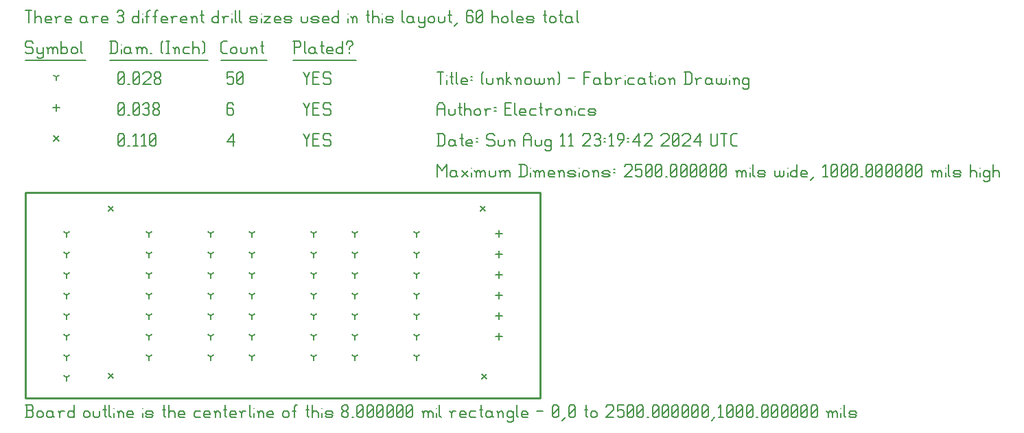
<source format=gbr>
G04 start of page 17 for group -3984 idx -3984 *
G04 Title: (unknown), fab *
G04 Creator: pcb 4.2.2 *
G04 CreationDate: Sun Aug 11 23:19:42 2024 UTC *
G04 For: electronics *
G04 Format: Gerber/RS-274X *
G04 PCB-Dimensions (mil): 2500.00 1000.00 *
G04 PCB-Coordinate-Origin: lower left *
%MOIN*%
%FSLAX25Y25*%
%LNFAB*%
%ADD76C,0.0075*%
%ADD75C,0.0060*%
%ADD74C,0.0080*%
%ADD73C,0.0100*%
G54D73*X0Y100000D02*Y0D01*
Y100000D02*X250000D01*
X0Y0D02*X250000D01*
Y100000D02*Y0D01*
G54D74*X220970Y93269D02*X223370Y90869D01*
X220970D02*X223370Y93269D01*
X221591Y11657D02*X223991Y9257D01*
X221591D02*X223991Y11657D01*
X40264Y11879D02*X42664Y9479D01*
X40264D02*X42664Y11879D01*
X40264Y93332D02*X42664Y90932D01*
X40264D02*X42664Y93332D01*
X13800Y127450D02*X16200Y125050D01*
X13800D02*X16200Y127450D01*
G54D75*X135000Y128500D02*X136500Y125500D01*
X138000Y128500D01*
X136500Y125500D02*Y122500D01*
X139800Y125800D02*X142050D01*
X139800Y122500D02*X142800D01*
X139800Y128500D02*Y122500D01*
Y128500D02*X142800D01*
X147600D02*X148350Y127750D01*
X145350Y128500D02*X147600D01*
X144600Y127750D02*X145350Y128500D01*
X144600Y127750D02*Y126250D01*
X145350Y125500D01*
X147600D01*
X148350Y124750D01*
Y123250D01*
X147600Y122500D02*X148350Y123250D01*
X145350Y122500D02*X147600D01*
X144600Y123250D02*X145350Y122500D01*
X98000Y124750D02*X101000Y128500D01*
X98000Y124750D02*X101750D01*
X101000Y128500D02*Y122500D01*
X45000Y123250D02*X45750Y122500D01*
X45000Y127750D02*Y123250D01*
Y127750D02*X45750Y128500D01*
X47250D01*
X48000Y127750D01*
Y123250D01*
X47250Y122500D02*X48000Y123250D01*
X45750Y122500D02*X47250D01*
X45000Y124000D02*X48000Y127000D01*
X49800Y122500D02*X50550D01*
X52350Y127300D02*X53550Y128500D01*
Y122500D01*
X52350D02*X54600D01*
X56400Y127300D02*X57600Y128500D01*
Y122500D01*
X56400D02*X58650D01*
X60450Y123250D02*X61200Y122500D01*
X60450Y127750D02*Y123250D01*
Y127750D02*X61200Y128500D01*
X62700D01*
X63450Y127750D01*
Y123250D01*
X62700Y122500D02*X63450Y123250D01*
X61200Y122500D02*X62700D01*
X60450Y124000D02*X63450Y127000D01*
X230000Y81600D02*Y78400D01*
X228400Y80000D02*X231600D01*
X230000Y71600D02*Y68400D01*
X228400Y70000D02*X231600D01*
X230000Y61600D02*Y58400D01*
X228400Y60000D02*X231600D01*
X230000Y51600D02*Y48400D01*
X228400Y50000D02*X231600D01*
X230000Y41600D02*Y38400D01*
X228400Y40000D02*X231600D01*
X230000Y31600D02*Y28400D01*
X228400Y30000D02*X231600D01*
X15000Y142850D02*Y139650D01*
X13400Y141250D02*X16600D01*
X135000Y143500D02*X136500Y140500D01*
X138000Y143500D01*
X136500Y140500D02*Y137500D01*
X139800Y140800D02*X142050D01*
X139800Y137500D02*X142800D01*
X139800Y143500D02*Y137500D01*
Y143500D02*X142800D01*
X147600D02*X148350Y142750D01*
X145350Y143500D02*X147600D01*
X144600Y142750D02*X145350Y143500D01*
X144600Y142750D02*Y141250D01*
X145350Y140500D01*
X147600D01*
X148350Y139750D01*
Y138250D01*
X147600Y137500D02*X148350Y138250D01*
X145350Y137500D02*X147600D01*
X144600Y138250D02*X145350Y137500D01*
X100250Y143500D02*X101000Y142750D01*
X98750Y143500D02*X100250D01*
X98000Y142750D02*X98750Y143500D01*
X98000Y142750D02*Y138250D01*
X98750Y137500D01*
X100250Y140800D02*X101000Y140050D01*
X98000Y140800D02*X100250D01*
X98750Y137500D02*X100250D01*
X101000Y138250D01*
Y140050D02*Y138250D01*
X45000D02*X45750Y137500D01*
X45000Y142750D02*Y138250D01*
Y142750D02*X45750Y143500D01*
X47250D01*
X48000Y142750D01*
Y138250D01*
X47250Y137500D02*X48000Y138250D01*
X45750Y137500D02*X47250D01*
X45000Y139000D02*X48000Y142000D01*
X49800Y137500D02*X50550D01*
X52350Y138250D02*X53100Y137500D01*
X52350Y142750D02*Y138250D01*
Y142750D02*X53100Y143500D01*
X54600D01*
X55350Y142750D01*
Y138250D01*
X54600Y137500D02*X55350Y138250D01*
X53100Y137500D02*X54600D01*
X52350Y139000D02*X55350Y142000D01*
X57150Y142750D02*X57900Y143500D01*
X59400D01*
X60150Y142750D01*
X59400Y137500D02*X60150Y138250D01*
X57900Y137500D02*X59400D01*
X57150Y138250D02*X57900Y137500D01*
Y140800D02*X59400D01*
X60150Y142750D02*Y141550D01*
Y140050D02*Y138250D01*
Y140050D02*X59400Y140800D01*
X60150Y141550D02*X59400Y140800D01*
X61950Y138250D02*X62700Y137500D01*
X61950Y139450D02*Y138250D01*
Y139450D02*X63000Y140500D01*
X63900D01*
X64950Y139450D01*
Y138250D01*
X64200Y137500D02*X64950Y138250D01*
X62700Y137500D02*X64200D01*
X61950Y141550D02*X63000Y140500D01*
X61950Y142750D02*Y141550D01*
Y142750D02*X62700Y143500D01*
X64200D01*
X64950Y142750D01*
Y141550D01*
X63900Y140500D02*X64950Y141550D01*
X20000Y80000D02*Y78400D01*
Y80000D02*X21387Y80800D01*
X20000Y80000D02*X18613Y80800D01*
X20000Y70000D02*Y68400D01*
Y70000D02*X21387Y70800D01*
X20000Y70000D02*X18613Y70800D01*
X20000Y60000D02*Y58400D01*
Y60000D02*X21387Y60800D01*
X20000Y60000D02*X18613Y60800D01*
X20000Y50000D02*Y48400D01*
Y50000D02*X21387Y50800D01*
X20000Y50000D02*X18613Y50800D01*
X20000Y40000D02*Y38400D01*
Y40000D02*X21387Y40800D01*
X20000Y40000D02*X18613Y40800D01*
X20000Y30000D02*Y28400D01*
Y30000D02*X21387Y30800D01*
X20000Y30000D02*X18613Y30800D01*
X20000Y20000D02*Y18400D01*
Y20000D02*X21387Y20800D01*
X20000Y20000D02*X18613Y20800D01*
X20000Y10000D02*Y8400D01*
Y10000D02*X21387Y10800D01*
X20000Y10000D02*X18613Y10800D01*
X60000Y80000D02*Y78400D01*
Y80000D02*X61387Y80800D01*
X60000Y80000D02*X58613Y80800D01*
X60000Y70000D02*Y68400D01*
Y70000D02*X61387Y70800D01*
X60000Y70000D02*X58613Y70800D01*
X60000Y60000D02*Y58400D01*
Y60000D02*X61387Y60800D01*
X60000Y60000D02*X58613Y60800D01*
X60000Y50000D02*Y48400D01*
Y50000D02*X61387Y50800D01*
X60000Y50000D02*X58613Y50800D01*
X60000Y40000D02*Y38400D01*
Y40000D02*X61387Y40800D01*
X60000Y40000D02*X58613Y40800D01*
X60000Y30000D02*Y28400D01*
Y30000D02*X61387Y30800D01*
X60000Y30000D02*X58613Y30800D01*
X60000Y20000D02*Y18400D01*
Y20000D02*X61387Y20800D01*
X60000Y20000D02*X58613Y20800D01*
X90000Y20000D02*Y18400D01*
Y20000D02*X91387Y20800D01*
X90000Y20000D02*X88613Y20800D01*
X90000Y30000D02*Y28400D01*
Y30000D02*X91387Y30800D01*
X90000Y30000D02*X88613Y30800D01*
X90000Y40000D02*Y38400D01*
Y40000D02*X91387Y40800D01*
X90000Y40000D02*X88613Y40800D01*
X90000Y50000D02*Y48400D01*
Y50000D02*X91387Y50800D01*
X90000Y50000D02*X88613Y50800D01*
X90000Y60000D02*Y58400D01*
Y60000D02*X91387Y60800D01*
X90000Y60000D02*X88613Y60800D01*
X90000Y70000D02*Y68400D01*
Y70000D02*X91387Y70800D01*
X90000Y70000D02*X88613Y70800D01*
X90000Y80000D02*Y78400D01*
Y80000D02*X91387Y80800D01*
X90000Y80000D02*X88613Y80800D01*
X110000Y80000D02*Y78400D01*
Y80000D02*X111387Y80800D01*
X110000Y80000D02*X108613Y80800D01*
X110000Y70000D02*Y68400D01*
Y70000D02*X111387Y70800D01*
X110000Y70000D02*X108613Y70800D01*
X110000Y60000D02*Y58400D01*
Y60000D02*X111387Y60800D01*
X110000Y60000D02*X108613Y60800D01*
X110000Y50000D02*Y48400D01*
Y50000D02*X111387Y50800D01*
X110000Y50000D02*X108613Y50800D01*
X110000Y40000D02*Y38400D01*
Y40000D02*X111387Y40800D01*
X110000Y40000D02*X108613Y40800D01*
X110000Y30000D02*Y28400D01*
Y30000D02*X111387Y30800D01*
X110000Y30000D02*X108613Y30800D01*
X110000Y20000D02*Y18400D01*
Y20000D02*X111387Y20800D01*
X110000Y20000D02*X108613Y20800D01*
X140000Y20000D02*Y18400D01*
Y20000D02*X141387Y20800D01*
X140000Y20000D02*X138613Y20800D01*
X140000Y30000D02*Y28400D01*
Y30000D02*X141387Y30800D01*
X140000Y30000D02*X138613Y30800D01*
X140000Y40000D02*Y38400D01*
Y40000D02*X141387Y40800D01*
X140000Y40000D02*X138613Y40800D01*
X140000Y50000D02*Y48400D01*
Y50000D02*X141387Y50800D01*
X140000Y50000D02*X138613Y50800D01*
X140000Y60000D02*Y58400D01*
Y60000D02*X141387Y60800D01*
X140000Y60000D02*X138613Y60800D01*
X140000Y70000D02*Y68400D01*
Y70000D02*X141387Y70800D01*
X140000Y70000D02*X138613Y70800D01*
X140000Y80000D02*Y78400D01*
Y80000D02*X141387Y80800D01*
X140000Y80000D02*X138613Y80800D01*
X160000Y80000D02*Y78400D01*
Y80000D02*X161387Y80800D01*
X160000Y80000D02*X158613Y80800D01*
X160000Y70000D02*Y68400D01*
Y70000D02*X161387Y70800D01*
X160000Y70000D02*X158613Y70800D01*
X160000Y60000D02*Y58400D01*
Y60000D02*X161387Y60800D01*
X160000Y60000D02*X158613Y60800D01*
X160000Y50000D02*Y48400D01*
Y50000D02*X161387Y50800D01*
X160000Y50000D02*X158613Y50800D01*
X160000Y40000D02*Y38400D01*
Y40000D02*X161387Y40800D01*
X160000Y40000D02*X158613Y40800D01*
X160000Y30000D02*Y28400D01*
Y30000D02*X161387Y30800D01*
X160000Y30000D02*X158613Y30800D01*
X160000Y20000D02*Y18400D01*
Y20000D02*X161387Y20800D01*
X160000Y20000D02*X158613Y20800D01*
X190000Y20000D02*Y18400D01*
Y20000D02*X191387Y20800D01*
X190000Y20000D02*X188613Y20800D01*
X190000Y30000D02*Y28400D01*
Y30000D02*X191387Y30800D01*
X190000Y30000D02*X188613Y30800D01*
X190000Y40000D02*Y38400D01*
Y40000D02*X191387Y40800D01*
X190000Y40000D02*X188613Y40800D01*
X190000Y50000D02*Y48400D01*
Y50000D02*X191387Y50800D01*
X190000Y50000D02*X188613Y50800D01*
X190000Y60000D02*Y58400D01*
Y60000D02*X191387Y60800D01*
X190000Y60000D02*X188613Y60800D01*
X190000Y70000D02*Y68400D01*
Y70000D02*X191387Y70800D01*
X190000Y70000D02*X188613Y70800D01*
X190000Y80000D02*Y78400D01*
Y80000D02*X191387Y80800D01*
X190000Y80000D02*X188613Y80800D01*
X15000Y156250D02*Y154650D01*
Y156250D02*X16387Y157050D01*
X15000Y156250D02*X13613Y157050D01*
X135000Y158500D02*X136500Y155500D01*
X138000Y158500D01*
X136500Y155500D02*Y152500D01*
X139800Y155800D02*X142050D01*
X139800Y152500D02*X142800D01*
X139800Y158500D02*Y152500D01*
Y158500D02*X142800D01*
X147600D02*X148350Y157750D01*
X145350Y158500D02*X147600D01*
X144600Y157750D02*X145350Y158500D01*
X144600Y157750D02*Y156250D01*
X145350Y155500D01*
X147600D01*
X148350Y154750D01*
Y153250D01*
X147600Y152500D02*X148350Y153250D01*
X145350Y152500D02*X147600D01*
X144600Y153250D02*X145350Y152500D01*
X98000Y158500D02*X101000D01*
X98000D02*Y155500D01*
X98750Y156250D01*
X100250D01*
X101000Y155500D01*
Y153250D01*
X100250Y152500D02*X101000Y153250D01*
X98750Y152500D02*X100250D01*
X98000Y153250D02*X98750Y152500D01*
X102800Y153250D02*X103550Y152500D01*
X102800Y157750D02*Y153250D01*
Y157750D02*X103550Y158500D01*
X105050D01*
X105800Y157750D01*
Y153250D01*
X105050Y152500D02*X105800Y153250D01*
X103550Y152500D02*X105050D01*
X102800Y154000D02*X105800Y157000D01*
X45000Y153250D02*X45750Y152500D01*
X45000Y157750D02*Y153250D01*
Y157750D02*X45750Y158500D01*
X47250D01*
X48000Y157750D01*
Y153250D01*
X47250Y152500D02*X48000Y153250D01*
X45750Y152500D02*X47250D01*
X45000Y154000D02*X48000Y157000D01*
X49800Y152500D02*X50550D01*
X52350Y153250D02*X53100Y152500D01*
X52350Y157750D02*Y153250D01*
Y157750D02*X53100Y158500D01*
X54600D01*
X55350Y157750D01*
Y153250D01*
X54600Y152500D02*X55350Y153250D01*
X53100Y152500D02*X54600D01*
X52350Y154000D02*X55350Y157000D01*
X57150Y157750D02*X57900Y158500D01*
X60150D01*
X60900Y157750D01*
Y156250D01*
X57150Y152500D02*X60900Y156250D01*
X57150Y152500D02*X60900D01*
X62700Y153250D02*X63450Y152500D01*
X62700Y154450D02*Y153250D01*
Y154450D02*X63750Y155500D01*
X64650D01*
X65700Y154450D01*
Y153250D01*
X64950Y152500D02*X65700Y153250D01*
X63450Y152500D02*X64950D01*
X62700Y156550D02*X63750Y155500D01*
X62700Y157750D02*Y156550D01*
Y157750D02*X63450Y158500D01*
X64950D01*
X65700Y157750D01*
Y156550D01*
X64650Y155500D02*X65700Y156550D01*
X3000Y173500D02*X3750Y172750D01*
X750Y173500D02*X3000D01*
X0Y172750D02*X750Y173500D01*
X0Y172750D02*Y171250D01*
X750Y170500D01*
X3000D01*
X3750Y169750D01*
Y168250D01*
X3000Y167500D02*X3750Y168250D01*
X750Y167500D02*X3000D01*
X0Y168250D02*X750Y167500D01*
X5550Y170500D02*Y168250D01*
X6300Y167500D01*
X8550Y170500D02*Y166000D01*
X7800Y165250D02*X8550Y166000D01*
X6300Y165250D02*X7800D01*
X5550Y166000D02*X6300Y165250D01*
Y167500D02*X7800D01*
X8550Y168250D01*
X11100Y169750D02*Y167500D01*
Y169750D02*X11850Y170500D01*
X12600D01*
X13350Y169750D01*
Y167500D01*
Y169750D02*X14100Y170500D01*
X14850D01*
X15600Y169750D01*
Y167500D01*
X10350Y170500D02*X11100Y169750D01*
X17400Y173500D02*Y167500D01*
Y168250D02*X18150Y167500D01*
X19650D01*
X20400Y168250D01*
Y169750D02*Y168250D01*
X19650Y170500D02*X20400Y169750D01*
X18150Y170500D02*X19650D01*
X17400Y169750D02*X18150Y170500D01*
X22200Y169750D02*Y168250D01*
Y169750D02*X22950Y170500D01*
X24450D01*
X25200Y169750D01*
Y168250D01*
X24450Y167500D02*X25200Y168250D01*
X22950Y167500D02*X24450D01*
X22200Y168250D02*X22950Y167500D01*
X27000Y173500D02*Y168250D01*
X27750Y167500D01*
X0Y164250D02*X29250D01*
X41750Y173500D02*Y167500D01*
X43700Y173500D02*X44750Y172450D01*
Y168550D01*
X43700Y167500D02*X44750Y168550D01*
X41000Y167500D02*X43700D01*
X41000Y173500D02*X43700D01*
G54D76*X46550Y172000D02*Y171850D01*
G54D75*Y169750D02*Y167500D01*
X50300Y170500D02*X51050Y169750D01*
X48800Y170500D02*X50300D01*
X48050Y169750D02*X48800Y170500D01*
X48050Y169750D02*Y168250D01*
X48800Y167500D01*
X51050Y170500D02*Y168250D01*
X51800Y167500D01*
X48800D02*X50300D01*
X51050Y168250D01*
X54350Y169750D02*Y167500D01*
Y169750D02*X55100Y170500D01*
X55850D01*
X56600Y169750D01*
Y167500D01*
Y169750D02*X57350Y170500D01*
X58100D01*
X58850Y169750D01*
Y167500D01*
X53600Y170500D02*X54350Y169750D01*
X60650Y167500D02*X61400D01*
X65900Y168250D02*X66650Y167500D01*
X65900Y172750D02*X66650Y173500D01*
X65900Y172750D02*Y168250D01*
X68450Y173500D02*X69950D01*
X69200D02*Y167500D01*
X68450D02*X69950D01*
X72500Y169750D02*Y167500D01*
Y169750D02*X73250Y170500D01*
X74000D01*
X74750Y169750D01*
Y167500D01*
X71750Y170500D02*X72500Y169750D01*
X77300Y170500D02*X79550D01*
X76550Y169750D02*X77300Y170500D01*
X76550Y169750D02*Y168250D01*
X77300Y167500D01*
X79550D01*
X81350Y173500D02*Y167500D01*
Y169750D02*X82100Y170500D01*
X83600D01*
X84350Y169750D01*
Y167500D01*
X86150Y173500D02*X86900Y172750D01*
Y168250D01*
X86150Y167500D02*X86900Y168250D01*
X41000Y164250D02*X88700D01*
X96050Y167500D02*X98000D01*
X95000Y168550D02*X96050Y167500D01*
X95000Y172450D02*Y168550D01*
Y172450D02*X96050Y173500D01*
X98000D01*
X99800Y169750D02*Y168250D01*
Y169750D02*X100550Y170500D01*
X102050D01*
X102800Y169750D01*
Y168250D01*
X102050Y167500D02*X102800Y168250D01*
X100550Y167500D02*X102050D01*
X99800Y168250D02*X100550Y167500D01*
X104600Y170500D02*Y168250D01*
X105350Y167500D01*
X106850D01*
X107600Y168250D01*
Y170500D02*Y168250D01*
X110150Y169750D02*Y167500D01*
Y169750D02*X110900Y170500D01*
X111650D01*
X112400Y169750D01*
Y167500D01*
X109400Y170500D02*X110150Y169750D01*
X114950Y173500D02*Y168250D01*
X115700Y167500D01*
X114200Y171250D02*X115700D01*
X95000Y164250D02*X117200D01*
X130750Y173500D02*Y167500D01*
X130000Y173500D02*X133000D01*
X133750Y172750D01*
Y171250D01*
X133000Y170500D02*X133750Y171250D01*
X130750Y170500D02*X133000D01*
X135550Y173500D02*Y168250D01*
X136300Y167500D01*
X140050Y170500D02*X140800Y169750D01*
X138550Y170500D02*X140050D01*
X137800Y169750D02*X138550Y170500D01*
X137800Y169750D02*Y168250D01*
X138550Y167500D01*
X140800Y170500D02*Y168250D01*
X141550Y167500D01*
X138550D02*X140050D01*
X140800Y168250D01*
X144100Y173500D02*Y168250D01*
X144850Y167500D01*
X143350Y171250D02*X144850D01*
X147100Y167500D02*X149350D01*
X146350Y168250D02*X147100Y167500D01*
X146350Y169750D02*Y168250D01*
Y169750D02*X147100Y170500D01*
X148600D01*
X149350Y169750D01*
X146350Y169000D02*X149350D01*
Y169750D02*Y169000D01*
X154150Y173500D02*Y167500D01*
X153400D02*X154150Y168250D01*
X151900Y167500D02*X153400D01*
X151150Y168250D02*X151900Y167500D01*
X151150Y169750D02*Y168250D01*
Y169750D02*X151900Y170500D01*
X153400D01*
X154150Y169750D01*
X157450Y170500D02*Y169750D01*
Y168250D02*Y167500D01*
X155950Y172750D02*Y172000D01*
Y172750D02*X156700Y173500D01*
X158200D01*
X158950Y172750D01*
Y172000D01*
X157450Y170500D02*X158950Y172000D01*
X130000Y164250D02*X160750D01*
X0Y188500D02*X3000D01*
X1500D02*Y182500D01*
X4800Y188500D02*Y182500D01*
Y184750D02*X5550Y185500D01*
X7050D01*
X7800Y184750D01*
Y182500D01*
X10350D02*X12600D01*
X9600Y183250D02*X10350Y182500D01*
X9600Y184750D02*Y183250D01*
Y184750D02*X10350Y185500D01*
X11850D01*
X12600Y184750D01*
X9600Y184000D02*X12600D01*
Y184750D02*Y184000D01*
X15150Y184750D02*Y182500D01*
Y184750D02*X15900Y185500D01*
X17400D01*
X14400D02*X15150Y184750D01*
X19950Y182500D02*X22200D01*
X19200Y183250D02*X19950Y182500D01*
X19200Y184750D02*Y183250D01*
Y184750D02*X19950Y185500D01*
X21450D01*
X22200Y184750D01*
X19200Y184000D02*X22200D01*
Y184750D02*Y184000D01*
X28950Y185500D02*X29700Y184750D01*
X27450Y185500D02*X28950D01*
X26700Y184750D02*X27450Y185500D01*
X26700Y184750D02*Y183250D01*
X27450Y182500D01*
X29700Y185500D02*Y183250D01*
X30450Y182500D01*
X27450D02*X28950D01*
X29700Y183250D01*
X33000Y184750D02*Y182500D01*
Y184750D02*X33750Y185500D01*
X35250D01*
X32250D02*X33000Y184750D01*
X37800Y182500D02*X40050D01*
X37050Y183250D02*X37800Y182500D01*
X37050Y184750D02*Y183250D01*
Y184750D02*X37800Y185500D01*
X39300D01*
X40050Y184750D01*
X37050Y184000D02*X40050D01*
Y184750D02*Y184000D01*
X44550Y187750D02*X45300Y188500D01*
X46800D01*
X47550Y187750D01*
X46800Y182500D02*X47550Y183250D01*
X45300Y182500D02*X46800D01*
X44550Y183250D02*X45300Y182500D01*
Y185800D02*X46800D01*
X47550Y187750D02*Y186550D01*
Y185050D02*Y183250D01*
Y185050D02*X46800Y185800D01*
X47550Y186550D02*X46800Y185800D01*
X55050Y188500D02*Y182500D01*
X54300D02*X55050Y183250D01*
X52800Y182500D02*X54300D01*
X52050Y183250D02*X52800Y182500D01*
X52050Y184750D02*Y183250D01*
Y184750D02*X52800Y185500D01*
X54300D01*
X55050Y184750D01*
G54D76*X56850Y187000D02*Y186850D01*
G54D75*Y184750D02*Y182500D01*
X59100Y187750D02*Y182500D01*
Y187750D02*X59850Y188500D01*
X60600D01*
X58350Y185500D02*X59850D01*
X62850Y187750D02*Y182500D01*
Y187750D02*X63600Y188500D01*
X64350D01*
X62100Y185500D02*X63600D01*
X66600Y182500D02*X68850D01*
X65850Y183250D02*X66600Y182500D01*
X65850Y184750D02*Y183250D01*
Y184750D02*X66600Y185500D01*
X68100D01*
X68850Y184750D01*
X65850Y184000D02*X68850D01*
Y184750D02*Y184000D01*
X71400Y184750D02*Y182500D01*
Y184750D02*X72150Y185500D01*
X73650D01*
X70650D02*X71400Y184750D01*
X76200Y182500D02*X78450D01*
X75450Y183250D02*X76200Y182500D01*
X75450Y184750D02*Y183250D01*
Y184750D02*X76200Y185500D01*
X77700D01*
X78450Y184750D01*
X75450Y184000D02*X78450D01*
Y184750D02*Y184000D01*
X81000Y184750D02*Y182500D01*
Y184750D02*X81750Y185500D01*
X82500D01*
X83250Y184750D01*
Y182500D01*
X80250Y185500D02*X81000Y184750D01*
X85800Y188500D02*Y183250D01*
X86550Y182500D01*
X85050Y186250D02*X86550D01*
X93750Y188500D02*Y182500D01*
X93000D02*X93750Y183250D01*
X91500Y182500D02*X93000D01*
X90750Y183250D02*X91500Y182500D01*
X90750Y184750D02*Y183250D01*
Y184750D02*X91500Y185500D01*
X93000D01*
X93750Y184750D01*
X96300D02*Y182500D01*
Y184750D02*X97050Y185500D01*
X98550D01*
X95550D02*X96300Y184750D01*
G54D76*X100350Y187000D02*Y186850D01*
G54D75*Y184750D02*Y182500D01*
X101850Y188500D02*Y183250D01*
X102600Y182500D01*
X104100Y188500D02*Y183250D01*
X104850Y182500D01*
X109800D02*X112050D01*
X112800Y183250D01*
X112050Y184000D02*X112800Y183250D01*
X109800Y184000D02*X112050D01*
X109050Y184750D02*X109800Y184000D01*
X109050Y184750D02*X109800Y185500D01*
X112050D01*
X112800Y184750D01*
X109050Y183250D02*X109800Y182500D01*
G54D76*X114600Y187000D02*Y186850D01*
G54D75*Y184750D02*Y182500D01*
X116100Y185500D02*X119100D01*
X116100Y182500D02*X119100Y185500D01*
X116100Y182500D02*X119100D01*
X121650D02*X123900D01*
X120900Y183250D02*X121650Y182500D01*
X120900Y184750D02*Y183250D01*
Y184750D02*X121650Y185500D01*
X123150D01*
X123900Y184750D01*
X120900Y184000D02*X123900D01*
Y184750D02*Y184000D01*
X126450Y182500D02*X128700D01*
X129450Y183250D01*
X128700Y184000D02*X129450Y183250D01*
X126450Y184000D02*X128700D01*
X125700Y184750D02*X126450Y184000D01*
X125700Y184750D02*X126450Y185500D01*
X128700D01*
X129450Y184750D01*
X125700Y183250D02*X126450Y182500D01*
X133950Y185500D02*Y183250D01*
X134700Y182500D01*
X136200D01*
X136950Y183250D01*
Y185500D02*Y183250D01*
X139500Y182500D02*X141750D01*
X142500Y183250D01*
X141750Y184000D02*X142500Y183250D01*
X139500Y184000D02*X141750D01*
X138750Y184750D02*X139500Y184000D01*
X138750Y184750D02*X139500Y185500D01*
X141750D01*
X142500Y184750D01*
X138750Y183250D02*X139500Y182500D01*
X145050D02*X147300D01*
X144300Y183250D02*X145050Y182500D01*
X144300Y184750D02*Y183250D01*
Y184750D02*X145050Y185500D01*
X146550D01*
X147300Y184750D01*
X144300Y184000D02*X147300D01*
Y184750D02*Y184000D01*
X152100Y188500D02*Y182500D01*
X151350D02*X152100Y183250D01*
X149850Y182500D02*X151350D01*
X149100Y183250D02*X149850Y182500D01*
X149100Y184750D02*Y183250D01*
Y184750D02*X149850Y185500D01*
X151350D01*
X152100Y184750D01*
G54D76*X156600Y187000D02*Y186850D01*
G54D75*Y184750D02*Y182500D01*
X158850Y184750D02*Y182500D01*
Y184750D02*X159600Y185500D01*
X160350D01*
X161100Y184750D01*
Y182500D01*
X158100Y185500D02*X158850Y184750D01*
X166350Y188500D02*Y183250D01*
X167100Y182500D01*
X165600Y186250D02*X167100D01*
X168600Y188500D02*Y182500D01*
Y184750D02*X169350Y185500D01*
X170850D01*
X171600Y184750D01*
Y182500D01*
G54D76*X173400Y187000D02*Y186850D01*
G54D75*Y184750D02*Y182500D01*
X175650D02*X177900D01*
X178650Y183250D01*
X177900Y184000D02*X178650Y183250D01*
X175650Y184000D02*X177900D01*
X174900Y184750D02*X175650Y184000D01*
X174900Y184750D02*X175650Y185500D01*
X177900D01*
X178650Y184750D01*
X174900Y183250D02*X175650Y182500D01*
X183150Y188500D02*Y183250D01*
X183900Y182500D01*
X187650Y185500D02*X188400Y184750D01*
X186150Y185500D02*X187650D01*
X185400Y184750D02*X186150Y185500D01*
X185400Y184750D02*Y183250D01*
X186150Y182500D01*
X188400Y185500D02*Y183250D01*
X189150Y182500D01*
X186150D02*X187650D01*
X188400Y183250D01*
X190950Y185500D02*Y183250D01*
X191700Y182500D01*
X193950Y185500D02*Y181000D01*
X193200Y180250D02*X193950Y181000D01*
X191700Y180250D02*X193200D01*
X190950Y181000D02*X191700Y180250D01*
Y182500D02*X193200D01*
X193950Y183250D01*
X195750Y184750D02*Y183250D01*
Y184750D02*X196500Y185500D01*
X198000D01*
X198750Y184750D01*
Y183250D01*
X198000Y182500D02*X198750Y183250D01*
X196500Y182500D02*X198000D01*
X195750Y183250D02*X196500Y182500D01*
X200550Y185500D02*Y183250D01*
X201300Y182500D01*
X202800D01*
X203550Y183250D01*
Y185500D02*Y183250D01*
X206100Y188500D02*Y183250D01*
X206850Y182500D01*
X205350Y186250D02*X206850D01*
X208350Y181000D02*X209850Y182500D01*
X216600Y188500D02*X217350Y187750D01*
X215100Y188500D02*X216600D01*
X214350Y187750D02*X215100Y188500D01*
X214350Y187750D02*Y183250D01*
X215100Y182500D01*
X216600Y185800D02*X217350Y185050D01*
X214350Y185800D02*X216600D01*
X215100Y182500D02*X216600D01*
X217350Y183250D01*
Y185050D02*Y183250D01*
X219150D02*X219900Y182500D01*
X219150Y187750D02*Y183250D01*
Y187750D02*X219900Y188500D01*
X221400D01*
X222150Y187750D01*
Y183250D01*
X221400Y182500D02*X222150Y183250D01*
X219900Y182500D02*X221400D01*
X219150Y184000D02*X222150Y187000D01*
X226650Y188500D02*Y182500D01*
Y184750D02*X227400Y185500D01*
X228900D01*
X229650Y184750D01*
Y182500D01*
X231450Y184750D02*Y183250D01*
Y184750D02*X232200Y185500D01*
X233700D01*
X234450Y184750D01*
Y183250D01*
X233700Y182500D02*X234450Y183250D01*
X232200Y182500D02*X233700D01*
X231450Y183250D02*X232200Y182500D01*
X236250Y188500D02*Y183250D01*
X237000Y182500D01*
X239250D02*X241500D01*
X238500Y183250D02*X239250Y182500D01*
X238500Y184750D02*Y183250D01*
Y184750D02*X239250Y185500D01*
X240750D01*
X241500Y184750D01*
X238500Y184000D02*X241500D01*
Y184750D02*Y184000D01*
X244050Y182500D02*X246300D01*
X247050Y183250D01*
X246300Y184000D02*X247050Y183250D01*
X244050Y184000D02*X246300D01*
X243300Y184750D02*X244050Y184000D01*
X243300Y184750D02*X244050Y185500D01*
X246300D01*
X247050Y184750D01*
X243300Y183250D02*X244050Y182500D01*
X252300Y188500D02*Y183250D01*
X253050Y182500D01*
X251550Y186250D02*X253050D01*
X254550Y184750D02*Y183250D01*
Y184750D02*X255300Y185500D01*
X256800D01*
X257550Y184750D01*
Y183250D01*
X256800Y182500D02*X257550Y183250D01*
X255300Y182500D02*X256800D01*
X254550Y183250D02*X255300Y182500D01*
X260100Y188500D02*Y183250D01*
X260850Y182500D01*
X259350Y186250D02*X260850D01*
X264600Y185500D02*X265350Y184750D01*
X263100Y185500D02*X264600D01*
X262350Y184750D02*X263100Y185500D01*
X262350Y184750D02*Y183250D01*
X263100Y182500D01*
X265350Y185500D02*Y183250D01*
X266100Y182500D01*
X263100D02*X264600D01*
X265350Y183250D01*
X267900Y188500D02*Y183250D01*
X268650Y182500D01*
G54D73*X0Y100000D02*X250000D01*
X0D02*Y0D01*
X250000Y100000D02*Y0D01*
X0D02*X250000D01*
G54D75*X200000Y113500D02*Y107500D01*
Y113500D02*X202250Y110500D01*
X204500Y113500D01*
Y107500D01*
X208550Y110500D02*X209300Y109750D01*
X207050Y110500D02*X208550D01*
X206300Y109750D02*X207050Y110500D01*
X206300Y109750D02*Y108250D01*
X207050Y107500D01*
X209300Y110500D02*Y108250D01*
X210050Y107500D01*
X207050D02*X208550D01*
X209300Y108250D01*
X211850Y110500D02*X214850Y107500D01*
X211850D02*X214850Y110500D01*
G54D76*X216650Y112000D02*Y111850D01*
G54D75*Y109750D02*Y107500D01*
X218900Y109750D02*Y107500D01*
Y109750D02*X219650Y110500D01*
X220400D01*
X221150Y109750D01*
Y107500D01*
Y109750D02*X221900Y110500D01*
X222650D01*
X223400Y109750D01*
Y107500D01*
X218150Y110500D02*X218900Y109750D01*
X225200Y110500D02*Y108250D01*
X225950Y107500D01*
X227450D01*
X228200Y108250D01*
Y110500D02*Y108250D01*
X230750Y109750D02*Y107500D01*
Y109750D02*X231500Y110500D01*
X232250D01*
X233000Y109750D01*
Y107500D01*
Y109750D02*X233750Y110500D01*
X234500D01*
X235250Y109750D01*
Y107500D01*
X230000Y110500D02*X230750Y109750D01*
X240500Y113500D02*Y107500D01*
X242450Y113500D02*X243500Y112450D01*
Y108550D01*
X242450Y107500D02*X243500Y108550D01*
X239750Y107500D02*X242450D01*
X239750Y113500D02*X242450D01*
G54D76*X245300Y112000D02*Y111850D01*
G54D75*Y109750D02*Y107500D01*
X247550Y109750D02*Y107500D01*
Y109750D02*X248300Y110500D01*
X249050D01*
X249800Y109750D01*
Y107500D01*
Y109750D02*X250550Y110500D01*
X251300D01*
X252050Y109750D01*
Y107500D01*
X246800Y110500D02*X247550Y109750D01*
X254600Y107500D02*X256850D01*
X253850Y108250D02*X254600Y107500D01*
X253850Y109750D02*Y108250D01*
Y109750D02*X254600Y110500D01*
X256100D01*
X256850Y109750D01*
X253850Y109000D02*X256850D01*
Y109750D02*Y109000D01*
X259400Y109750D02*Y107500D01*
Y109750D02*X260150Y110500D01*
X260900D01*
X261650Y109750D01*
Y107500D01*
X258650Y110500D02*X259400Y109750D01*
X264200Y107500D02*X266450D01*
X267200Y108250D01*
X266450Y109000D02*X267200Y108250D01*
X264200Y109000D02*X266450D01*
X263450Y109750D02*X264200Y109000D01*
X263450Y109750D02*X264200Y110500D01*
X266450D01*
X267200Y109750D01*
X263450Y108250D02*X264200Y107500D01*
G54D76*X269000Y112000D02*Y111850D01*
G54D75*Y109750D02*Y107500D01*
X270500Y109750D02*Y108250D01*
Y109750D02*X271250Y110500D01*
X272750D01*
X273500Y109750D01*
Y108250D01*
X272750Y107500D02*X273500Y108250D01*
X271250Y107500D02*X272750D01*
X270500Y108250D02*X271250Y107500D01*
X276050Y109750D02*Y107500D01*
Y109750D02*X276800Y110500D01*
X277550D01*
X278300Y109750D01*
Y107500D01*
X275300Y110500D02*X276050Y109750D01*
X280850Y107500D02*X283100D01*
X283850Y108250D01*
X283100Y109000D02*X283850Y108250D01*
X280850Y109000D02*X283100D01*
X280100Y109750D02*X280850Y109000D01*
X280100Y109750D02*X280850Y110500D01*
X283100D01*
X283850Y109750D01*
X280100Y108250D02*X280850Y107500D01*
X285650Y111250D02*X286400D01*
X285650Y109750D02*X286400D01*
X290900Y112750D02*X291650Y113500D01*
X293900D01*
X294650Y112750D01*
Y111250D01*
X290900Y107500D02*X294650Y111250D01*
X290900Y107500D02*X294650D01*
X296450Y113500D02*X299450D01*
X296450D02*Y110500D01*
X297200Y111250D01*
X298700D01*
X299450Y110500D01*
Y108250D01*
X298700Y107500D02*X299450Y108250D01*
X297200Y107500D02*X298700D01*
X296450Y108250D02*X297200Y107500D01*
X301250Y108250D02*X302000Y107500D01*
X301250Y112750D02*Y108250D01*
Y112750D02*X302000Y113500D01*
X303500D01*
X304250Y112750D01*
Y108250D01*
X303500Y107500D02*X304250Y108250D01*
X302000Y107500D02*X303500D01*
X301250Y109000D02*X304250Y112000D01*
X306050Y108250D02*X306800Y107500D01*
X306050Y112750D02*Y108250D01*
Y112750D02*X306800Y113500D01*
X308300D01*
X309050Y112750D01*
Y108250D01*
X308300Y107500D02*X309050Y108250D01*
X306800Y107500D02*X308300D01*
X306050Y109000D02*X309050Y112000D01*
X310850Y107500D02*X311600D01*
X313400Y108250D02*X314150Y107500D01*
X313400Y112750D02*Y108250D01*
Y112750D02*X314150Y113500D01*
X315650D01*
X316400Y112750D01*
Y108250D01*
X315650Y107500D02*X316400Y108250D01*
X314150Y107500D02*X315650D01*
X313400Y109000D02*X316400Y112000D01*
X318200Y108250D02*X318950Y107500D01*
X318200Y112750D02*Y108250D01*
Y112750D02*X318950Y113500D01*
X320450D01*
X321200Y112750D01*
Y108250D01*
X320450Y107500D02*X321200Y108250D01*
X318950Y107500D02*X320450D01*
X318200Y109000D02*X321200Y112000D01*
X323000Y108250D02*X323750Y107500D01*
X323000Y112750D02*Y108250D01*
Y112750D02*X323750Y113500D01*
X325250D01*
X326000Y112750D01*
Y108250D01*
X325250Y107500D02*X326000Y108250D01*
X323750Y107500D02*X325250D01*
X323000Y109000D02*X326000Y112000D01*
X327800Y108250D02*X328550Y107500D01*
X327800Y112750D02*Y108250D01*
Y112750D02*X328550Y113500D01*
X330050D01*
X330800Y112750D01*
Y108250D01*
X330050Y107500D02*X330800Y108250D01*
X328550Y107500D02*X330050D01*
X327800Y109000D02*X330800Y112000D01*
X332600Y108250D02*X333350Y107500D01*
X332600Y112750D02*Y108250D01*
Y112750D02*X333350Y113500D01*
X334850D01*
X335600Y112750D01*
Y108250D01*
X334850Y107500D02*X335600Y108250D01*
X333350Y107500D02*X334850D01*
X332600Y109000D02*X335600Y112000D01*
X337400Y108250D02*X338150Y107500D01*
X337400Y112750D02*Y108250D01*
Y112750D02*X338150Y113500D01*
X339650D01*
X340400Y112750D01*
Y108250D01*
X339650Y107500D02*X340400Y108250D01*
X338150Y107500D02*X339650D01*
X337400Y109000D02*X340400Y112000D01*
X345650Y109750D02*Y107500D01*
Y109750D02*X346400Y110500D01*
X347150D01*
X347900Y109750D01*
Y107500D01*
Y109750D02*X348650Y110500D01*
X349400D01*
X350150Y109750D01*
Y107500D01*
X344900Y110500D02*X345650Y109750D01*
G54D76*X351950Y112000D02*Y111850D01*
G54D75*Y109750D02*Y107500D01*
X353450Y113500D02*Y108250D01*
X354200Y107500D01*
X356450D02*X358700D01*
X359450Y108250D01*
X358700Y109000D02*X359450Y108250D01*
X356450Y109000D02*X358700D01*
X355700Y109750D02*X356450Y109000D01*
X355700Y109750D02*X356450Y110500D01*
X358700D01*
X359450Y109750D01*
X355700Y108250D02*X356450Y107500D01*
X363950Y110500D02*Y108250D01*
X364700Y107500D01*
X365450D01*
X366200Y108250D01*
Y110500D02*Y108250D01*
X366950Y107500D01*
X367700D01*
X368450Y108250D01*
Y110500D02*Y108250D01*
G54D76*X370250Y112000D02*Y111850D01*
G54D75*Y109750D02*Y107500D01*
X374750Y113500D02*Y107500D01*
X374000D02*X374750Y108250D01*
X372500Y107500D02*X374000D01*
X371750Y108250D02*X372500Y107500D01*
X371750Y109750D02*Y108250D01*
Y109750D02*X372500Y110500D01*
X374000D01*
X374750Y109750D01*
X377300Y107500D02*X379550D01*
X376550Y108250D02*X377300Y107500D01*
X376550Y109750D02*Y108250D01*
Y109750D02*X377300Y110500D01*
X378800D01*
X379550Y109750D01*
X376550Y109000D02*X379550D01*
Y109750D02*Y109000D01*
X381350Y106000D02*X382850Y107500D01*
X387350Y112300D02*X388550Y113500D01*
Y107500D01*
X387350D02*X389600D01*
X391400Y108250D02*X392150Y107500D01*
X391400Y112750D02*Y108250D01*
Y112750D02*X392150Y113500D01*
X393650D01*
X394400Y112750D01*
Y108250D01*
X393650Y107500D02*X394400Y108250D01*
X392150Y107500D02*X393650D01*
X391400Y109000D02*X394400Y112000D01*
X396200Y108250D02*X396950Y107500D01*
X396200Y112750D02*Y108250D01*
Y112750D02*X396950Y113500D01*
X398450D01*
X399200Y112750D01*
Y108250D01*
X398450Y107500D02*X399200Y108250D01*
X396950Y107500D02*X398450D01*
X396200Y109000D02*X399200Y112000D01*
X401000Y108250D02*X401750Y107500D01*
X401000Y112750D02*Y108250D01*
Y112750D02*X401750Y113500D01*
X403250D01*
X404000Y112750D01*
Y108250D01*
X403250Y107500D02*X404000Y108250D01*
X401750Y107500D02*X403250D01*
X401000Y109000D02*X404000Y112000D01*
X405800Y107500D02*X406550D01*
X408350Y108250D02*X409100Y107500D01*
X408350Y112750D02*Y108250D01*
Y112750D02*X409100Y113500D01*
X410600D01*
X411350Y112750D01*
Y108250D01*
X410600Y107500D02*X411350Y108250D01*
X409100Y107500D02*X410600D01*
X408350Y109000D02*X411350Y112000D01*
X413150Y108250D02*X413900Y107500D01*
X413150Y112750D02*Y108250D01*
Y112750D02*X413900Y113500D01*
X415400D01*
X416150Y112750D01*
Y108250D01*
X415400Y107500D02*X416150Y108250D01*
X413900Y107500D02*X415400D01*
X413150Y109000D02*X416150Y112000D01*
X417950Y108250D02*X418700Y107500D01*
X417950Y112750D02*Y108250D01*
Y112750D02*X418700Y113500D01*
X420200D01*
X420950Y112750D01*
Y108250D01*
X420200Y107500D02*X420950Y108250D01*
X418700Y107500D02*X420200D01*
X417950Y109000D02*X420950Y112000D01*
X422750Y108250D02*X423500Y107500D01*
X422750Y112750D02*Y108250D01*
Y112750D02*X423500Y113500D01*
X425000D01*
X425750Y112750D01*
Y108250D01*
X425000Y107500D02*X425750Y108250D01*
X423500Y107500D02*X425000D01*
X422750Y109000D02*X425750Y112000D01*
X427550Y108250D02*X428300Y107500D01*
X427550Y112750D02*Y108250D01*
Y112750D02*X428300Y113500D01*
X429800D01*
X430550Y112750D01*
Y108250D01*
X429800Y107500D02*X430550Y108250D01*
X428300Y107500D02*X429800D01*
X427550Y109000D02*X430550Y112000D01*
X432350Y108250D02*X433100Y107500D01*
X432350Y112750D02*Y108250D01*
Y112750D02*X433100Y113500D01*
X434600D01*
X435350Y112750D01*
Y108250D01*
X434600Y107500D02*X435350Y108250D01*
X433100Y107500D02*X434600D01*
X432350Y109000D02*X435350Y112000D01*
X440600Y109750D02*Y107500D01*
Y109750D02*X441350Y110500D01*
X442100D01*
X442850Y109750D01*
Y107500D01*
Y109750D02*X443600Y110500D01*
X444350D01*
X445100Y109750D01*
Y107500D01*
X439850Y110500D02*X440600Y109750D01*
G54D76*X446900Y112000D02*Y111850D01*
G54D75*Y109750D02*Y107500D01*
X448400Y113500D02*Y108250D01*
X449150Y107500D01*
X451400D02*X453650D01*
X454400Y108250D01*
X453650Y109000D02*X454400Y108250D01*
X451400Y109000D02*X453650D01*
X450650Y109750D02*X451400Y109000D01*
X450650Y109750D02*X451400Y110500D01*
X453650D01*
X454400Y109750D01*
X450650Y108250D02*X451400Y107500D01*
X458900Y113500D02*Y107500D01*
Y109750D02*X459650Y110500D01*
X461150D01*
X461900Y109750D01*
Y107500D01*
G54D76*X463700Y112000D02*Y111850D01*
G54D75*Y109750D02*Y107500D01*
X467450Y110500D02*X468200Y109750D01*
X465950Y110500D02*X467450D01*
X465200Y109750D02*X465950Y110500D01*
X465200Y109750D02*Y108250D01*
X465950Y107500D01*
X467450D01*
X468200Y108250D01*
X465200Y106000D02*X465950Y105250D01*
X467450D01*
X468200Y106000D01*
Y110500D02*Y106000D01*
X470000Y113500D02*Y107500D01*
Y109750D02*X470750Y110500D01*
X472250D01*
X473000Y109750D01*
Y107500D01*
X0Y-9500D02*X3000D01*
X3750Y-8750D01*
Y-6950D02*Y-8750D01*
X3000Y-6200D02*X3750Y-6950D01*
X750Y-6200D02*X3000D01*
X750Y-3500D02*Y-9500D01*
X0Y-3500D02*X3000D01*
X3750Y-4250D01*
Y-5450D01*
X3000Y-6200D02*X3750Y-5450D01*
X5550Y-7250D02*Y-8750D01*
Y-7250D02*X6300Y-6500D01*
X7800D01*
X8550Y-7250D01*
Y-8750D01*
X7800Y-9500D02*X8550Y-8750D01*
X6300Y-9500D02*X7800D01*
X5550Y-8750D02*X6300Y-9500D01*
X12600Y-6500D02*X13350Y-7250D01*
X11100Y-6500D02*X12600D01*
X10350Y-7250D02*X11100Y-6500D01*
X10350Y-7250D02*Y-8750D01*
X11100Y-9500D01*
X13350Y-6500D02*Y-8750D01*
X14100Y-9500D01*
X11100D02*X12600D01*
X13350Y-8750D01*
X16650Y-7250D02*Y-9500D01*
Y-7250D02*X17400Y-6500D01*
X18900D01*
X15900D02*X16650Y-7250D01*
X23700Y-3500D02*Y-9500D01*
X22950D02*X23700Y-8750D01*
X21450Y-9500D02*X22950D01*
X20700Y-8750D02*X21450Y-9500D01*
X20700Y-7250D02*Y-8750D01*
Y-7250D02*X21450Y-6500D01*
X22950D01*
X23700Y-7250D01*
X28200D02*Y-8750D01*
Y-7250D02*X28950Y-6500D01*
X30450D01*
X31200Y-7250D01*
Y-8750D01*
X30450Y-9500D02*X31200Y-8750D01*
X28950Y-9500D02*X30450D01*
X28200Y-8750D02*X28950Y-9500D01*
X33000Y-6500D02*Y-8750D01*
X33750Y-9500D01*
X35250D01*
X36000Y-8750D01*
Y-6500D02*Y-8750D01*
X38550Y-3500D02*Y-8750D01*
X39300Y-9500D01*
X37800Y-5750D02*X39300D01*
X40800Y-3500D02*Y-8750D01*
X41550Y-9500D01*
G54D76*X43050Y-5000D02*Y-5150D01*
G54D75*Y-7250D02*Y-9500D01*
X45300Y-7250D02*Y-9500D01*
Y-7250D02*X46050Y-6500D01*
X46800D01*
X47550Y-7250D01*
Y-9500D01*
X44550Y-6500D02*X45300Y-7250D01*
X50100Y-9500D02*X52350D01*
X49350Y-8750D02*X50100Y-9500D01*
X49350Y-7250D02*Y-8750D01*
Y-7250D02*X50100Y-6500D01*
X51600D01*
X52350Y-7250D01*
X49350Y-8000D02*X52350D01*
Y-7250D02*Y-8000D01*
G54D76*X56850Y-5000D02*Y-5150D01*
G54D75*Y-7250D02*Y-9500D01*
X59100D02*X61350D01*
X62100Y-8750D01*
X61350Y-8000D02*X62100Y-8750D01*
X59100Y-8000D02*X61350D01*
X58350Y-7250D02*X59100Y-8000D01*
X58350Y-7250D02*X59100Y-6500D01*
X61350D01*
X62100Y-7250D01*
X58350Y-8750D02*X59100Y-9500D01*
X67350Y-3500D02*Y-8750D01*
X68100Y-9500D01*
X66600Y-5750D02*X68100D01*
X69600Y-3500D02*Y-9500D01*
Y-7250D02*X70350Y-6500D01*
X71850D01*
X72600Y-7250D01*
Y-9500D01*
X75150D02*X77400D01*
X74400Y-8750D02*X75150Y-9500D01*
X74400Y-7250D02*Y-8750D01*
Y-7250D02*X75150Y-6500D01*
X76650D01*
X77400Y-7250D01*
X74400Y-8000D02*X77400D01*
Y-7250D02*Y-8000D01*
X82650Y-6500D02*X84900D01*
X81900Y-7250D02*X82650Y-6500D01*
X81900Y-7250D02*Y-8750D01*
X82650Y-9500D01*
X84900D01*
X87450D02*X89700D01*
X86700Y-8750D02*X87450Y-9500D01*
X86700Y-7250D02*Y-8750D01*
Y-7250D02*X87450Y-6500D01*
X88950D01*
X89700Y-7250D01*
X86700Y-8000D02*X89700D01*
Y-7250D02*Y-8000D01*
X92250Y-7250D02*Y-9500D01*
Y-7250D02*X93000Y-6500D01*
X93750D01*
X94500Y-7250D01*
Y-9500D01*
X91500Y-6500D02*X92250Y-7250D01*
X97050Y-3500D02*Y-8750D01*
X97800Y-9500D01*
X96300Y-5750D02*X97800D01*
X100050Y-9500D02*X102300D01*
X99300Y-8750D02*X100050Y-9500D01*
X99300Y-7250D02*Y-8750D01*
Y-7250D02*X100050Y-6500D01*
X101550D01*
X102300Y-7250D01*
X99300Y-8000D02*X102300D01*
Y-7250D02*Y-8000D01*
X104850Y-7250D02*Y-9500D01*
Y-7250D02*X105600Y-6500D01*
X107100D01*
X104100D02*X104850Y-7250D01*
X108900Y-3500D02*Y-8750D01*
X109650Y-9500D01*
G54D76*X111150Y-5000D02*Y-5150D01*
G54D75*Y-7250D02*Y-9500D01*
X113400Y-7250D02*Y-9500D01*
Y-7250D02*X114150Y-6500D01*
X114900D01*
X115650Y-7250D01*
Y-9500D01*
X112650Y-6500D02*X113400Y-7250D01*
X118200Y-9500D02*X120450D01*
X117450Y-8750D02*X118200Y-9500D01*
X117450Y-7250D02*Y-8750D01*
Y-7250D02*X118200Y-6500D01*
X119700D01*
X120450Y-7250D01*
X117450Y-8000D02*X120450D01*
Y-7250D02*Y-8000D01*
X124950Y-7250D02*Y-8750D01*
Y-7250D02*X125700Y-6500D01*
X127200D01*
X127950Y-7250D01*
Y-8750D01*
X127200Y-9500D02*X127950Y-8750D01*
X125700Y-9500D02*X127200D01*
X124950Y-8750D02*X125700Y-9500D01*
X130500Y-4250D02*Y-9500D01*
Y-4250D02*X131250Y-3500D01*
X132000D01*
X129750Y-6500D02*X131250D01*
X136950Y-3500D02*Y-8750D01*
X137700Y-9500D01*
X136200Y-5750D02*X137700D01*
X139200Y-3500D02*Y-9500D01*
Y-7250D02*X139950Y-6500D01*
X141450D01*
X142200Y-7250D01*
Y-9500D01*
G54D76*X144000Y-5000D02*Y-5150D01*
G54D75*Y-7250D02*Y-9500D01*
X146250D02*X148500D01*
X149250Y-8750D01*
X148500Y-8000D02*X149250Y-8750D01*
X146250Y-8000D02*X148500D01*
X145500Y-7250D02*X146250Y-8000D01*
X145500Y-7250D02*X146250Y-6500D01*
X148500D01*
X149250Y-7250D01*
X145500Y-8750D02*X146250Y-9500D01*
X153750Y-8750D02*X154500Y-9500D01*
X153750Y-7550D02*Y-8750D01*
Y-7550D02*X154800Y-6500D01*
X155700D01*
X156750Y-7550D01*
Y-8750D01*
X156000Y-9500D02*X156750Y-8750D01*
X154500Y-9500D02*X156000D01*
X153750Y-5450D02*X154800Y-6500D01*
X153750Y-4250D02*Y-5450D01*
Y-4250D02*X154500Y-3500D01*
X156000D01*
X156750Y-4250D01*
Y-5450D01*
X155700Y-6500D02*X156750Y-5450D01*
X158550Y-9500D02*X159300D01*
X161100Y-8750D02*X161850Y-9500D01*
X161100Y-4250D02*Y-8750D01*
Y-4250D02*X161850Y-3500D01*
X163350D01*
X164100Y-4250D01*
Y-8750D01*
X163350Y-9500D02*X164100Y-8750D01*
X161850Y-9500D02*X163350D01*
X161100Y-8000D02*X164100Y-5000D01*
X165900Y-8750D02*X166650Y-9500D01*
X165900Y-4250D02*Y-8750D01*
Y-4250D02*X166650Y-3500D01*
X168150D01*
X168900Y-4250D01*
Y-8750D01*
X168150Y-9500D02*X168900Y-8750D01*
X166650Y-9500D02*X168150D01*
X165900Y-8000D02*X168900Y-5000D01*
X170700Y-8750D02*X171450Y-9500D01*
X170700Y-4250D02*Y-8750D01*
Y-4250D02*X171450Y-3500D01*
X172950D01*
X173700Y-4250D01*
Y-8750D01*
X172950Y-9500D02*X173700Y-8750D01*
X171450Y-9500D02*X172950D01*
X170700Y-8000D02*X173700Y-5000D01*
X175500Y-8750D02*X176250Y-9500D01*
X175500Y-4250D02*Y-8750D01*
Y-4250D02*X176250Y-3500D01*
X177750D01*
X178500Y-4250D01*
Y-8750D01*
X177750Y-9500D02*X178500Y-8750D01*
X176250Y-9500D02*X177750D01*
X175500Y-8000D02*X178500Y-5000D01*
X180300Y-8750D02*X181050Y-9500D01*
X180300Y-4250D02*Y-8750D01*
Y-4250D02*X181050Y-3500D01*
X182550D01*
X183300Y-4250D01*
Y-8750D01*
X182550Y-9500D02*X183300Y-8750D01*
X181050Y-9500D02*X182550D01*
X180300Y-8000D02*X183300Y-5000D01*
X185100Y-8750D02*X185850Y-9500D01*
X185100Y-4250D02*Y-8750D01*
Y-4250D02*X185850Y-3500D01*
X187350D01*
X188100Y-4250D01*
Y-8750D01*
X187350Y-9500D02*X188100Y-8750D01*
X185850Y-9500D02*X187350D01*
X185100Y-8000D02*X188100Y-5000D01*
X193350Y-7250D02*Y-9500D01*
Y-7250D02*X194100Y-6500D01*
X194850D01*
X195600Y-7250D01*
Y-9500D01*
Y-7250D02*X196350Y-6500D01*
X197100D01*
X197850Y-7250D01*
Y-9500D01*
X192600Y-6500D02*X193350Y-7250D01*
G54D76*X199650Y-5000D02*Y-5150D01*
G54D75*Y-7250D02*Y-9500D01*
X201150Y-3500D02*Y-8750D01*
X201900Y-9500D01*
X206850Y-7250D02*Y-9500D01*
Y-7250D02*X207600Y-6500D01*
X209100D01*
X206100D02*X206850Y-7250D01*
X211650Y-9500D02*X213900D01*
X210900Y-8750D02*X211650Y-9500D01*
X210900Y-7250D02*Y-8750D01*
Y-7250D02*X211650Y-6500D01*
X213150D01*
X213900Y-7250D01*
X210900Y-8000D02*X213900D01*
Y-7250D02*Y-8000D01*
X216450Y-6500D02*X218700D01*
X215700Y-7250D02*X216450Y-6500D01*
X215700Y-7250D02*Y-8750D01*
X216450Y-9500D01*
X218700D01*
X221250Y-3500D02*Y-8750D01*
X222000Y-9500D01*
X220500Y-5750D02*X222000D01*
X225750Y-6500D02*X226500Y-7250D01*
X224250Y-6500D02*X225750D01*
X223500Y-7250D02*X224250Y-6500D01*
X223500Y-7250D02*Y-8750D01*
X224250Y-9500D01*
X226500Y-6500D02*Y-8750D01*
X227250Y-9500D01*
X224250D02*X225750D01*
X226500Y-8750D01*
X229800Y-7250D02*Y-9500D01*
Y-7250D02*X230550Y-6500D01*
X231300D01*
X232050Y-7250D01*
Y-9500D01*
X229050Y-6500D02*X229800Y-7250D01*
X236100Y-6500D02*X236850Y-7250D01*
X234600Y-6500D02*X236100D01*
X233850Y-7250D02*X234600Y-6500D01*
X233850Y-7250D02*Y-8750D01*
X234600Y-9500D01*
X236100D01*
X236850Y-8750D01*
X233850Y-11000D02*X234600Y-11750D01*
X236100D01*
X236850Y-11000D01*
Y-6500D02*Y-11000D01*
X238650Y-3500D02*Y-8750D01*
X239400Y-9500D01*
X241650D02*X243900D01*
X240900Y-8750D02*X241650Y-9500D01*
X240900Y-7250D02*Y-8750D01*
Y-7250D02*X241650Y-6500D01*
X243150D01*
X243900Y-7250D01*
X240900Y-8000D02*X243900D01*
Y-7250D02*Y-8000D01*
X248400Y-6500D02*X251400D01*
X255900Y-8750D02*X256650Y-9500D01*
X255900Y-4250D02*Y-8750D01*
Y-4250D02*X256650Y-3500D01*
X258150D01*
X258900Y-4250D01*
Y-8750D01*
X258150Y-9500D02*X258900Y-8750D01*
X256650Y-9500D02*X258150D01*
X255900Y-8000D02*X258900Y-5000D01*
X260700Y-11000D02*X262200Y-9500D01*
X264000Y-8750D02*X264750Y-9500D01*
X264000Y-4250D02*Y-8750D01*
Y-4250D02*X264750Y-3500D01*
X266250D01*
X267000Y-4250D01*
Y-8750D01*
X266250Y-9500D02*X267000Y-8750D01*
X264750Y-9500D02*X266250D01*
X264000Y-8000D02*X267000Y-5000D01*
X272250Y-3500D02*Y-8750D01*
X273000Y-9500D01*
X271500Y-5750D02*X273000D01*
X274500Y-7250D02*Y-8750D01*
Y-7250D02*X275250Y-6500D01*
X276750D01*
X277500Y-7250D01*
Y-8750D01*
X276750Y-9500D02*X277500Y-8750D01*
X275250Y-9500D02*X276750D01*
X274500Y-8750D02*X275250Y-9500D01*
X282000Y-4250D02*X282750Y-3500D01*
X285000D01*
X285750Y-4250D01*
Y-5750D01*
X282000Y-9500D02*X285750Y-5750D01*
X282000Y-9500D02*X285750D01*
X287550Y-3500D02*X290550D01*
X287550D02*Y-6500D01*
X288300Y-5750D01*
X289800D01*
X290550Y-6500D01*
Y-8750D01*
X289800Y-9500D02*X290550Y-8750D01*
X288300Y-9500D02*X289800D01*
X287550Y-8750D02*X288300Y-9500D01*
X292350Y-8750D02*X293100Y-9500D01*
X292350Y-4250D02*Y-8750D01*
Y-4250D02*X293100Y-3500D01*
X294600D01*
X295350Y-4250D01*
Y-8750D01*
X294600Y-9500D02*X295350Y-8750D01*
X293100Y-9500D02*X294600D01*
X292350Y-8000D02*X295350Y-5000D01*
X297150Y-8750D02*X297900Y-9500D01*
X297150Y-4250D02*Y-8750D01*
Y-4250D02*X297900Y-3500D01*
X299400D01*
X300150Y-4250D01*
Y-8750D01*
X299400Y-9500D02*X300150Y-8750D01*
X297900Y-9500D02*X299400D01*
X297150Y-8000D02*X300150Y-5000D01*
X301950Y-9500D02*X302700D01*
X304500Y-8750D02*X305250Y-9500D01*
X304500Y-4250D02*Y-8750D01*
Y-4250D02*X305250Y-3500D01*
X306750D01*
X307500Y-4250D01*
Y-8750D01*
X306750Y-9500D02*X307500Y-8750D01*
X305250Y-9500D02*X306750D01*
X304500Y-8000D02*X307500Y-5000D01*
X309300Y-8750D02*X310050Y-9500D01*
X309300Y-4250D02*Y-8750D01*
Y-4250D02*X310050Y-3500D01*
X311550D01*
X312300Y-4250D01*
Y-8750D01*
X311550Y-9500D02*X312300Y-8750D01*
X310050Y-9500D02*X311550D01*
X309300Y-8000D02*X312300Y-5000D01*
X314100Y-8750D02*X314850Y-9500D01*
X314100Y-4250D02*Y-8750D01*
Y-4250D02*X314850Y-3500D01*
X316350D01*
X317100Y-4250D01*
Y-8750D01*
X316350Y-9500D02*X317100Y-8750D01*
X314850Y-9500D02*X316350D01*
X314100Y-8000D02*X317100Y-5000D01*
X318900Y-8750D02*X319650Y-9500D01*
X318900Y-4250D02*Y-8750D01*
Y-4250D02*X319650Y-3500D01*
X321150D01*
X321900Y-4250D01*
Y-8750D01*
X321150Y-9500D02*X321900Y-8750D01*
X319650Y-9500D02*X321150D01*
X318900Y-8000D02*X321900Y-5000D01*
X323700Y-8750D02*X324450Y-9500D01*
X323700Y-4250D02*Y-8750D01*
Y-4250D02*X324450Y-3500D01*
X325950D01*
X326700Y-4250D01*
Y-8750D01*
X325950Y-9500D02*X326700Y-8750D01*
X324450Y-9500D02*X325950D01*
X323700Y-8000D02*X326700Y-5000D01*
X328500Y-8750D02*X329250Y-9500D01*
X328500Y-4250D02*Y-8750D01*
Y-4250D02*X329250Y-3500D01*
X330750D01*
X331500Y-4250D01*
Y-8750D01*
X330750Y-9500D02*X331500Y-8750D01*
X329250Y-9500D02*X330750D01*
X328500Y-8000D02*X331500Y-5000D01*
X333300Y-11000D02*X334800Y-9500D01*
X336600Y-4700D02*X337800Y-3500D01*
Y-9500D01*
X336600D02*X338850D01*
X340650Y-8750D02*X341400Y-9500D01*
X340650Y-4250D02*Y-8750D01*
Y-4250D02*X341400Y-3500D01*
X342900D01*
X343650Y-4250D01*
Y-8750D01*
X342900Y-9500D02*X343650Y-8750D01*
X341400Y-9500D02*X342900D01*
X340650Y-8000D02*X343650Y-5000D01*
X345450Y-8750D02*X346200Y-9500D01*
X345450Y-4250D02*Y-8750D01*
Y-4250D02*X346200Y-3500D01*
X347700D01*
X348450Y-4250D01*
Y-8750D01*
X347700Y-9500D02*X348450Y-8750D01*
X346200Y-9500D02*X347700D01*
X345450Y-8000D02*X348450Y-5000D01*
X350250Y-8750D02*X351000Y-9500D01*
X350250Y-4250D02*Y-8750D01*
Y-4250D02*X351000Y-3500D01*
X352500D01*
X353250Y-4250D01*
Y-8750D01*
X352500Y-9500D02*X353250Y-8750D01*
X351000Y-9500D02*X352500D01*
X350250Y-8000D02*X353250Y-5000D01*
X355050Y-9500D02*X355800D01*
X357600Y-8750D02*X358350Y-9500D01*
X357600Y-4250D02*Y-8750D01*
Y-4250D02*X358350Y-3500D01*
X359850D01*
X360600Y-4250D01*
Y-8750D01*
X359850Y-9500D02*X360600Y-8750D01*
X358350Y-9500D02*X359850D01*
X357600Y-8000D02*X360600Y-5000D01*
X362400Y-8750D02*X363150Y-9500D01*
X362400Y-4250D02*Y-8750D01*
Y-4250D02*X363150Y-3500D01*
X364650D01*
X365400Y-4250D01*
Y-8750D01*
X364650Y-9500D02*X365400Y-8750D01*
X363150Y-9500D02*X364650D01*
X362400Y-8000D02*X365400Y-5000D01*
X367200Y-8750D02*X367950Y-9500D01*
X367200Y-4250D02*Y-8750D01*
Y-4250D02*X367950Y-3500D01*
X369450D01*
X370200Y-4250D01*
Y-8750D01*
X369450Y-9500D02*X370200Y-8750D01*
X367950Y-9500D02*X369450D01*
X367200Y-8000D02*X370200Y-5000D01*
X372000Y-8750D02*X372750Y-9500D01*
X372000Y-4250D02*Y-8750D01*
Y-4250D02*X372750Y-3500D01*
X374250D01*
X375000Y-4250D01*
Y-8750D01*
X374250Y-9500D02*X375000Y-8750D01*
X372750Y-9500D02*X374250D01*
X372000Y-8000D02*X375000Y-5000D01*
X376800Y-8750D02*X377550Y-9500D01*
X376800Y-4250D02*Y-8750D01*
Y-4250D02*X377550Y-3500D01*
X379050D01*
X379800Y-4250D01*
Y-8750D01*
X379050Y-9500D02*X379800Y-8750D01*
X377550Y-9500D02*X379050D01*
X376800Y-8000D02*X379800Y-5000D01*
X381600Y-8750D02*X382350Y-9500D01*
X381600Y-4250D02*Y-8750D01*
Y-4250D02*X382350Y-3500D01*
X383850D01*
X384600Y-4250D01*
Y-8750D01*
X383850Y-9500D02*X384600Y-8750D01*
X382350Y-9500D02*X383850D01*
X381600Y-8000D02*X384600Y-5000D01*
X389850Y-7250D02*Y-9500D01*
Y-7250D02*X390600Y-6500D01*
X391350D01*
X392100Y-7250D01*
Y-9500D01*
Y-7250D02*X392850Y-6500D01*
X393600D01*
X394350Y-7250D01*
Y-9500D01*
X389100Y-6500D02*X389850Y-7250D01*
G54D76*X396150Y-5000D02*Y-5150D01*
G54D75*Y-7250D02*Y-9500D01*
X397650Y-3500D02*Y-8750D01*
X398400Y-9500D01*
X400650D02*X402900D01*
X403650Y-8750D01*
X402900Y-8000D02*X403650Y-8750D01*
X400650Y-8000D02*X402900D01*
X399900Y-7250D02*X400650Y-8000D01*
X399900Y-7250D02*X400650Y-6500D01*
X402900D01*
X403650Y-7250D01*
X399900Y-8750D02*X400650Y-9500D01*
X200750Y128500D02*Y122500D01*
X202700Y128500D02*X203750Y127450D01*
Y123550D01*
X202700Y122500D02*X203750Y123550D01*
X200000Y122500D02*X202700D01*
X200000Y128500D02*X202700D01*
X207800Y125500D02*X208550Y124750D01*
X206300Y125500D02*X207800D01*
X205550Y124750D02*X206300Y125500D01*
X205550Y124750D02*Y123250D01*
X206300Y122500D01*
X208550Y125500D02*Y123250D01*
X209300Y122500D01*
X206300D02*X207800D01*
X208550Y123250D01*
X211850Y128500D02*Y123250D01*
X212600Y122500D01*
X211100Y126250D02*X212600D01*
X214850Y122500D02*X217100D01*
X214100Y123250D02*X214850Y122500D01*
X214100Y124750D02*Y123250D01*
Y124750D02*X214850Y125500D01*
X216350D01*
X217100Y124750D01*
X214100Y124000D02*X217100D01*
Y124750D02*Y124000D01*
X218900Y126250D02*X219650D01*
X218900Y124750D02*X219650D01*
X227150Y128500D02*X227900Y127750D01*
X224900Y128500D02*X227150D01*
X224150Y127750D02*X224900Y128500D01*
X224150Y127750D02*Y126250D01*
X224900Y125500D01*
X227150D01*
X227900Y124750D01*
Y123250D01*
X227150Y122500D02*X227900Y123250D01*
X224900Y122500D02*X227150D01*
X224150Y123250D02*X224900Y122500D01*
X229700Y125500D02*Y123250D01*
X230450Y122500D01*
X231950D01*
X232700Y123250D01*
Y125500D02*Y123250D01*
X235250Y124750D02*Y122500D01*
Y124750D02*X236000Y125500D01*
X236750D01*
X237500Y124750D01*
Y122500D01*
X234500Y125500D02*X235250Y124750D01*
X242000Y127000D02*Y122500D01*
Y127000D02*X243050Y128500D01*
X244700D01*
X245750Y127000D01*
Y122500D01*
X242000Y125500D02*X245750D01*
X247550D02*Y123250D01*
X248300Y122500D01*
X249800D01*
X250550Y123250D01*
Y125500D02*Y123250D01*
X254600Y125500D02*X255350Y124750D01*
X253100Y125500D02*X254600D01*
X252350Y124750D02*X253100Y125500D01*
X252350Y124750D02*Y123250D01*
X253100Y122500D01*
X254600D01*
X255350Y123250D01*
X252350Y121000D02*X253100Y120250D01*
X254600D01*
X255350Y121000D01*
Y125500D02*Y121000D01*
X259850Y127300D02*X261050Y128500D01*
Y122500D01*
X259850D02*X262100D01*
X263900Y127300D02*X265100Y128500D01*
Y122500D01*
X263900D02*X266150D01*
X270650Y127750D02*X271400Y128500D01*
X273650D01*
X274400Y127750D01*
Y126250D01*
X270650Y122500D02*X274400Y126250D01*
X270650Y122500D02*X274400D01*
X276200Y127750D02*X276950Y128500D01*
X278450D01*
X279200Y127750D01*
X278450Y122500D02*X279200Y123250D01*
X276950Y122500D02*X278450D01*
X276200Y123250D02*X276950Y122500D01*
Y125800D02*X278450D01*
X279200Y127750D02*Y126550D01*
Y125050D02*Y123250D01*
Y125050D02*X278450Y125800D01*
X279200Y126550D02*X278450Y125800D01*
X281000Y126250D02*X281750D01*
X281000Y124750D02*X281750D01*
X283550Y127300D02*X284750Y128500D01*
Y122500D01*
X283550D02*X285800D01*
X288350D02*X290600Y125500D01*
Y127750D02*Y125500D01*
X289850Y128500D02*X290600Y127750D01*
X288350Y128500D02*X289850D01*
X287600Y127750D02*X288350Y128500D01*
X287600Y127750D02*Y126250D01*
X288350Y125500D01*
X290600D01*
X292400Y126250D02*X293150D01*
X292400Y124750D02*X293150D01*
X294950D02*X297950Y128500D01*
X294950Y124750D02*X298700D01*
X297950Y128500D02*Y122500D01*
X300500Y127750D02*X301250Y128500D01*
X303500D01*
X304250Y127750D01*
Y126250D01*
X300500Y122500D02*X304250Y126250D01*
X300500Y122500D02*X304250D01*
X308750Y127750D02*X309500Y128500D01*
X311750D01*
X312500Y127750D01*
Y126250D01*
X308750Y122500D02*X312500Y126250D01*
X308750Y122500D02*X312500D01*
X314300Y123250D02*X315050Y122500D01*
X314300Y127750D02*Y123250D01*
Y127750D02*X315050Y128500D01*
X316550D01*
X317300Y127750D01*
Y123250D01*
X316550Y122500D02*X317300Y123250D01*
X315050Y122500D02*X316550D01*
X314300Y124000D02*X317300Y127000D01*
X319100Y127750D02*X319850Y128500D01*
X322100D01*
X322850Y127750D01*
Y126250D01*
X319100Y122500D02*X322850Y126250D01*
X319100Y122500D02*X322850D01*
X324650Y124750D02*X327650Y128500D01*
X324650Y124750D02*X328400D01*
X327650Y128500D02*Y122500D01*
X332900Y128500D02*Y123250D01*
X333650Y122500D01*
X335150D01*
X335900Y123250D01*
Y128500D02*Y123250D01*
X337700Y128500D02*X340700D01*
X339200D02*Y122500D01*
X343550D02*X345500D01*
X342500Y123550D02*X343550Y122500D01*
X342500Y127450D02*Y123550D01*
Y127450D02*X343550Y128500D01*
X345500D01*
X200000Y142000D02*Y137500D01*
Y142000D02*X201050Y143500D01*
X202700D01*
X203750Y142000D01*
Y137500D01*
X200000Y140500D02*X203750D01*
X205550D02*Y138250D01*
X206300Y137500D01*
X207800D01*
X208550Y138250D01*
Y140500D02*Y138250D01*
X211100Y143500D02*Y138250D01*
X211850Y137500D01*
X210350Y141250D02*X211850D01*
X213350Y143500D02*Y137500D01*
Y139750D02*X214100Y140500D01*
X215600D01*
X216350Y139750D01*
Y137500D01*
X218150Y139750D02*Y138250D01*
Y139750D02*X218900Y140500D01*
X220400D01*
X221150Y139750D01*
Y138250D01*
X220400Y137500D02*X221150Y138250D01*
X218900Y137500D02*X220400D01*
X218150Y138250D02*X218900Y137500D01*
X223700Y139750D02*Y137500D01*
Y139750D02*X224450Y140500D01*
X225950D01*
X222950D02*X223700Y139750D01*
X227750Y141250D02*X228500D01*
X227750Y139750D02*X228500D01*
X233000Y140800D02*X235250D01*
X233000Y137500D02*X236000D01*
X233000Y143500D02*Y137500D01*
Y143500D02*X236000D01*
X237800D02*Y138250D01*
X238550Y137500D01*
X240800D02*X243050D01*
X240050Y138250D02*X240800Y137500D01*
X240050Y139750D02*Y138250D01*
Y139750D02*X240800Y140500D01*
X242300D01*
X243050Y139750D01*
X240050Y139000D02*X243050D01*
Y139750D02*Y139000D01*
X245600Y140500D02*X247850D01*
X244850Y139750D02*X245600Y140500D01*
X244850Y139750D02*Y138250D01*
X245600Y137500D01*
X247850D01*
X250400Y143500D02*Y138250D01*
X251150Y137500D01*
X249650Y141250D02*X251150D01*
X253400Y139750D02*Y137500D01*
Y139750D02*X254150Y140500D01*
X255650D01*
X252650D02*X253400Y139750D01*
X257450D02*Y138250D01*
Y139750D02*X258200Y140500D01*
X259700D01*
X260450Y139750D01*
Y138250D01*
X259700Y137500D02*X260450Y138250D01*
X258200Y137500D02*X259700D01*
X257450Y138250D02*X258200Y137500D01*
X263000Y139750D02*Y137500D01*
Y139750D02*X263750Y140500D01*
X264500D01*
X265250Y139750D01*
Y137500D01*
X262250Y140500D02*X263000Y139750D01*
G54D76*X267050Y142000D02*Y141850D01*
G54D75*Y139750D02*Y137500D01*
X269300Y140500D02*X271550D01*
X268550Y139750D02*X269300Y140500D01*
X268550Y139750D02*Y138250D01*
X269300Y137500D01*
X271550D01*
X274100D02*X276350D01*
X277100Y138250D01*
X276350Y139000D02*X277100Y138250D01*
X274100Y139000D02*X276350D01*
X273350Y139750D02*X274100Y139000D01*
X273350Y139750D02*X274100Y140500D01*
X276350D01*
X277100Y139750D01*
X273350Y138250D02*X274100Y137500D01*
X200000Y158500D02*X203000D01*
X201500D02*Y152500D01*
G54D76*X204800Y157000D02*Y156850D01*
G54D75*Y154750D02*Y152500D01*
X207050Y158500D02*Y153250D01*
X207800Y152500D01*
X206300Y156250D02*X207800D01*
X209300Y158500D02*Y153250D01*
X210050Y152500D01*
X212300D02*X214550D01*
X211550Y153250D02*X212300Y152500D01*
X211550Y154750D02*Y153250D01*
Y154750D02*X212300Y155500D01*
X213800D01*
X214550Y154750D01*
X211550Y154000D02*X214550D01*
Y154750D02*Y154000D01*
X216350Y156250D02*X217100D01*
X216350Y154750D02*X217100D01*
X221600Y153250D02*X222350Y152500D01*
X221600Y157750D02*X222350Y158500D01*
X221600Y157750D02*Y153250D01*
X224150Y155500D02*Y153250D01*
X224900Y152500D01*
X226400D01*
X227150Y153250D01*
Y155500D02*Y153250D01*
X229700Y154750D02*Y152500D01*
Y154750D02*X230450Y155500D01*
X231200D01*
X231950Y154750D01*
Y152500D01*
X228950Y155500D02*X229700Y154750D01*
X233750Y158500D02*Y152500D01*
Y154750D02*X236000Y152500D01*
X233750Y154750D02*X235250Y156250D01*
X238550Y154750D02*Y152500D01*
Y154750D02*X239300Y155500D01*
X240050D01*
X240800Y154750D01*
Y152500D01*
X237800Y155500D02*X238550Y154750D01*
X242600D02*Y153250D01*
Y154750D02*X243350Y155500D01*
X244850D01*
X245600Y154750D01*
Y153250D01*
X244850Y152500D02*X245600Y153250D01*
X243350Y152500D02*X244850D01*
X242600Y153250D02*X243350Y152500D01*
X247400Y155500D02*Y153250D01*
X248150Y152500D01*
X248900D01*
X249650Y153250D01*
Y155500D02*Y153250D01*
X250400Y152500D01*
X251150D01*
X251900Y153250D01*
Y155500D02*Y153250D01*
X254450Y154750D02*Y152500D01*
Y154750D02*X255200Y155500D01*
X255950D01*
X256700Y154750D01*
Y152500D01*
X253700Y155500D02*X254450Y154750D01*
X258500Y158500D02*X259250Y157750D01*
Y153250D01*
X258500Y152500D02*X259250Y153250D01*
X263750Y155500D02*X266750D01*
X271250Y158500D02*Y152500D01*
Y158500D02*X274250D01*
X271250Y155800D02*X273500D01*
X278300Y155500D02*X279050Y154750D01*
X276800Y155500D02*X278300D01*
X276050Y154750D02*X276800Y155500D01*
X276050Y154750D02*Y153250D01*
X276800Y152500D01*
X279050Y155500D02*Y153250D01*
X279800Y152500D01*
X276800D02*X278300D01*
X279050Y153250D01*
X281600Y158500D02*Y152500D01*
Y153250D02*X282350Y152500D01*
X283850D01*
X284600Y153250D01*
Y154750D02*Y153250D01*
X283850Y155500D02*X284600Y154750D01*
X282350Y155500D02*X283850D01*
X281600Y154750D02*X282350Y155500D01*
X287150Y154750D02*Y152500D01*
Y154750D02*X287900Y155500D01*
X289400D01*
X286400D02*X287150Y154750D01*
G54D76*X291200Y157000D02*Y156850D01*
G54D75*Y154750D02*Y152500D01*
X293450Y155500D02*X295700D01*
X292700Y154750D02*X293450Y155500D01*
X292700Y154750D02*Y153250D01*
X293450Y152500D01*
X295700D01*
X299750Y155500D02*X300500Y154750D01*
X298250Y155500D02*X299750D01*
X297500Y154750D02*X298250Y155500D01*
X297500Y154750D02*Y153250D01*
X298250Y152500D01*
X300500Y155500D02*Y153250D01*
X301250Y152500D01*
X298250D02*X299750D01*
X300500Y153250D01*
X303800Y158500D02*Y153250D01*
X304550Y152500D01*
X303050Y156250D02*X304550D01*
G54D76*X306050Y157000D02*Y156850D01*
G54D75*Y154750D02*Y152500D01*
X307550Y154750D02*Y153250D01*
Y154750D02*X308300Y155500D01*
X309800D01*
X310550Y154750D01*
Y153250D01*
X309800Y152500D02*X310550Y153250D01*
X308300Y152500D02*X309800D01*
X307550Y153250D02*X308300Y152500D01*
X313100Y154750D02*Y152500D01*
Y154750D02*X313850Y155500D01*
X314600D01*
X315350Y154750D01*
Y152500D01*
X312350Y155500D02*X313100Y154750D01*
X320600Y158500D02*Y152500D01*
X322550Y158500D02*X323600Y157450D01*
Y153550D01*
X322550Y152500D02*X323600Y153550D01*
X319850Y152500D02*X322550D01*
X319850Y158500D02*X322550D01*
X326150Y154750D02*Y152500D01*
Y154750D02*X326900Y155500D01*
X328400D01*
X325400D02*X326150Y154750D01*
X332450Y155500D02*X333200Y154750D01*
X330950Y155500D02*X332450D01*
X330200Y154750D02*X330950Y155500D01*
X330200Y154750D02*Y153250D01*
X330950Y152500D01*
X333200Y155500D02*Y153250D01*
X333950Y152500D01*
X330950D02*X332450D01*
X333200Y153250D01*
X335750Y155500D02*Y153250D01*
X336500Y152500D01*
X337250D01*
X338000Y153250D01*
Y155500D02*Y153250D01*
X338750Y152500D01*
X339500D01*
X340250Y153250D01*
Y155500D02*Y153250D01*
G54D76*X342050Y157000D02*Y156850D01*
G54D75*Y154750D02*Y152500D01*
X344300Y154750D02*Y152500D01*
Y154750D02*X345050Y155500D01*
X345800D01*
X346550Y154750D01*
Y152500D01*
X343550Y155500D02*X344300Y154750D01*
X350600Y155500D02*X351350Y154750D01*
X349100Y155500D02*X350600D01*
X348350Y154750D02*X349100Y155500D01*
X348350Y154750D02*Y153250D01*
X349100Y152500D01*
X350600D01*
X351350Y153250D01*
X348350Y151000D02*X349100Y150250D01*
X350600D01*
X351350Y151000D01*
Y155500D02*Y151000D01*
M02*

</source>
